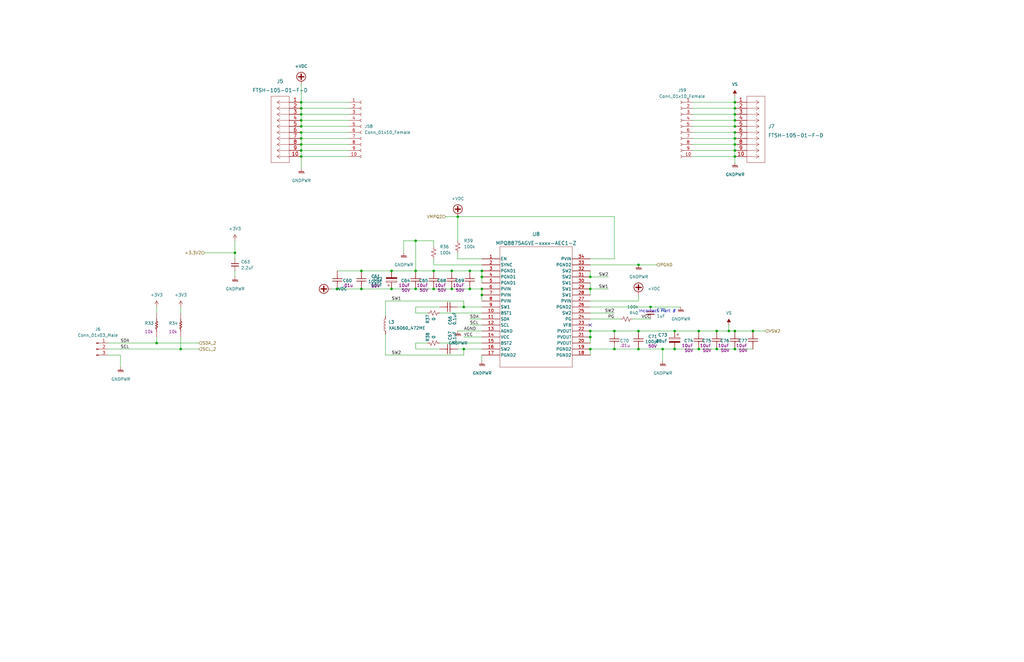
<source format=kicad_sch>
(kicad_sch (version 20230121) (generator eeschema)
  (paper "B")
  (title_block (title "SN-952-A, Charge & Discharge Control") (date "2023-06-28") (rev "PA"))
  (lib_symbols
    (symbol "BCU_AltiumImport-altium-import:0_Cap"
      (property "Value" "0_Cap" (at 0 0 0))
      (symbol "0_Cap_1_0"
        (polyline (pts (xy -2.032 -3.302) (xy 2.032 -3.302)) (stroke (width 0.254)))
        (polyline (pts (xy 0 -5.08) (xy 0 -4.318)) (stroke (width 0.254)))
        (polyline (pts (xy 0 -2.54) (xy 0 -3.302)) (stroke (width 0.254)))
        (polyline (pts (xy 2.032 -4.318) (xy -2.032 -4.318)) (stroke (width 0.254)))
        (pin passive line (at 0 0 270) (length 2.54) (name "1") (number "1"))
        (pin passive line (at 0 -7.62 90) (length 2.54) (name "2") (number "2"))
      )
    )
    (symbol "BCU_AltiumImport-altium-import:0_RES"
      (property "Value" "0_RES" (at 0 0 0))
      (symbol "0_RES_1_0"
        (polyline (pts (xy 7.62 0) (xy 6.604 0) (xy 6.35 -0.508) (xy 5.842 0.508) (xy 5.334 -0.508) (xy 4.826 0.508) (xy 4.318 -0.508) (xy 3.81 0.508) (xy 3.556 0) (xy 2.54 0)) (stroke (width 0.254)))
        (pin passive line (at 0 0 0) (length 2.54) (name "1") (number "1"))
        (pin passive line (at 10.16 0 180) (length 2.54) (name "2") (number "2"))
      )
    )
    (symbol "Connector:Conn_01x03_Male" (pin_names (offset 1.016) hide)
      (property "Reference" "J" (at 0 5.08 0))
      (property "Value" "Conn_01x03_Male" (at 0 -5.08 0))
      (symbol "Conn_01x03_Male_1_1"
        (polyline (pts (xy 1.27 -2.54) (xy 0.8636 -2.54)) (stroke (width 0.1524)))
        (polyline (pts (xy 1.27 0) (xy 0.8636 0)) (stroke (width 0.1524)))
        (polyline (pts (xy 1.27 2.54) (xy 0.8636 2.54)) (stroke (width 0.1524)))
        (rectangle (start 0.8636 -2.413) (end 0 -2.667) (stroke (width 0.1524)) (fill (type outline)))
        (rectangle (start 0.8636 0.127) (end 0 -0.127) (stroke (width 0.1524)) (fill (type outline)))
        (rectangle (start 0.8636 2.667) (end 0 2.413) (stroke (width 0.1524)) (fill (type outline)))
        (pin passive line (at 5.08 2.54 180) (length 3.81) (name "Pin_1") (number "1"))
        (pin passive line (at 5.08 0 180) (length 3.81) (name "Pin_2") (number "2"))
        (pin passive line (at 5.08 -2.54 180) (length 3.81) (name "Pin_3") (number "3"))
      )
    )
    (symbol "Connector:Conn_01x10_Female" (pin_names (offset 1.016) hide)
      (property "Reference" "J" (at 0 12.7 0))
      (property "Value" "Conn_01x10_Female" (at 0 -15.24 0))
      (symbol "Conn_01x10_Female_1_1"
        (arc (start 0 -12.192) (mid -0.5058 -12.7) (end 0 -13.208) (stroke (width 0.1524)))
        (arc (start 0 -9.652) (mid -0.5058 -10.16) (end 0 -10.668) (stroke (width 0.1524)))
        (arc (start 0 -7.112) (mid -0.5058 -7.62) (end 0 -8.128) (stroke (width 0.1524)))
        (arc (start 0 -4.572) (mid -0.5058 -5.08) (end 0 -5.588) (stroke (width 0.1524)))
        (arc (start 0 -2.032) (mid -0.5058 -2.54) (end 0 -3.048) (stroke (width 0.1524)))
        (polyline (pts (xy -1.27 -12.7) (xy -0.508 -12.7)) (stroke (width 0.1524)))
        (polyline (pts (xy -1.27 -10.16) (xy -0.508 -10.16)) (stroke (width 0.1524)))
        (polyline (pts (xy -1.27 -7.62) (xy -0.508 -7.62)) (stroke (width 0.1524)))
        (polyline (pts (xy -1.27 -5.08) (xy -0.508 -5.08)) (stroke (width 0.1524)))
        (polyline (pts (xy -1.27 -2.54) (xy -0.508 -2.54)) (stroke (width 0.1524)))
        (polyline (pts (xy -1.27 0) (xy -0.508 0)) (stroke (width 0.1524)))
        (polyline (pts (xy -1.27 2.54) (xy -0.508 2.54)) (stroke (width 0.1524)))
        (polyline (pts (xy -1.27 5.08) (xy -0.508 5.08)) (stroke (width 0.1524)))
        (polyline (pts (xy -1.27 7.62) (xy -0.508 7.62)) (stroke (width 0.1524)))
        (polyline (pts (xy -1.27 10.16) (xy -0.508 10.16)) (stroke (width 0.1524)))
        (arc (start 0 0.508) (mid -0.5058 0) (end 0 -0.508) (stroke (width 0.1524)))
        (arc (start 0 3.048) (mid -0.5058 2.54) (end 0 2.032) (stroke (width 0.1524)))
        (arc (start 0 5.588) (mid -0.5058 5.08) (end 0 4.572) (stroke (width 0.1524)))
        (arc (start 0 8.128) (mid -0.5058 7.62) (end 0 7.112) (stroke (width 0.1524)))
        (arc (start 0 10.668) (mid -0.5058 10.16) (end 0 9.652) (stroke (width 0.1524)))
        (pin passive line (at -5.08 10.16 0) (length 3.81) (name "Pin_1") (number "1"))
        (pin passive line (at -5.08 -12.7 0) (length 3.81) (name "Pin_10") (number "10"))
        (pin passive line (at -5.08 7.62 0) (length 3.81) (name "Pin_2") (number "2"))
        (pin passive line (at -5.08 5.08 0) (length 3.81) (name "Pin_3") (number "3"))
        (pin passive line (at -5.08 2.54 0) (length 3.81) (name "Pin_4") (number "4"))
        (pin passive line (at -5.08 0 0) (length 3.81) (name "Pin_5") (number "5"))
        (pin passive line (at -5.08 -2.54 0) (length 3.81) (name "Pin_6") (number "6"))
        (pin passive line (at -5.08 -5.08 0) (length 3.81) (name "Pin_7") (number "7"))
        (pin passive line (at -5.08 -7.62 0) (length 3.81) (name "Pin_8") (number "8"))
        (pin passive line (at -5.08 -10.16 0) (length 3.81) (name "Pin_9") (number "9"))
      )
    )
    (symbol "Connector:FTSH-105-01-F-D" (pin_names (offset 0.254) hide)
      (property "Reference" "J?" (at 8.89 6.35 0))
      (property "Value" "FTSH-105-01-F-D" (at 26.67 -6.35 0))
      (symbol "FTSH-105-01-F-D_1_1"
        (polyline (pts (xy 5.08 -25.4) (xy 12.7 -25.4)) (stroke (width 0.127)))
        (polyline (pts (xy 5.08 2.54) (xy 5.08 -25.4)) (stroke (width 0.127)))
        (polyline (pts (xy 10.16 -22.86) (xy 5.08 -22.86)) (stroke (width 0.127)))
        (polyline (pts (xy 10.16 -22.86) (xy 8.89 -23.6982)) (stroke (width 0.127)))
        (polyline (pts (xy 10.16 -22.86) (xy 8.89 -22.0218)) (stroke (width 0.127)))
        (polyline (pts (xy 10.16 -20.32) (xy 5.08 -20.32)) (stroke (width 0.127)))
        (polyline (pts (xy 10.16 -20.32) (xy 8.89 -21.1582)) (stroke (width 0.127)))
        (polyline (pts (xy 10.16 -20.32) (xy 8.89 -19.4818)) (stroke (width 0.127)))
        (polyline (pts (xy 10.16 -17.78) (xy 5.08 -17.78)) (stroke (width 0.127)))
        (polyline (pts (xy 10.16 -17.78) (xy 8.89 -18.6182)) (stroke (width 0.127)))
        (polyline (pts (xy 10.16 -17.78) (xy 8.89 -16.9418)) (stroke (width 0.127)))
        (polyline (pts (xy 10.16 -15.24) (xy 5.08 -15.24)) (stroke (width 0.127)))
        (polyline (pts (xy 10.16 -15.24) (xy 8.89 -16.0782)) (stroke (width 0.127)))
        (polyline (pts (xy 10.16 -15.24) (xy 8.89 -14.4018)) (stroke (width 0.127)))
        (polyline (pts (xy 10.16 -12.7) (xy 5.08 -12.7)) (stroke (width 0.127)))
        (polyline (pts (xy 10.16 -12.7) (xy 8.89 -13.5382)) (stroke (width 0.127)))
        (polyline (pts (xy 10.16 -12.7) (xy 8.89 -11.8618)) (stroke (width 0.127)))
        (polyline (pts (xy 10.16 -10.16) (xy 5.08 -10.16)) (stroke (width 0.127)))
        (polyline (pts (xy 10.16 -10.16) (xy 8.89 -10.9982)) (stroke (width 0.127)))
        (polyline (pts (xy 10.16 -10.16) (xy 8.89 -9.3218)) (stroke (width 0.127)))
        (polyline (pts (xy 10.16 -7.62) (xy 5.08 -7.62)) (stroke (width 0.127)))
        (polyline (pts (xy 10.16 -7.62) (xy 8.89 -8.4582)) (stroke (width 0.127)))
        (polyline (pts (xy 10.16 -7.62) (xy 8.89 -6.7818)) (stroke (width 0.127)))
        (polyline (pts (xy 10.16 -5.08) (xy 5.08 -5.08)) (stroke (width 0.127)))
        (polyline (pts (xy 10.16 -5.08) (xy 8.89 -5.9182)) (stroke (width 0.127)))
        (polyline (pts (xy 10.16 -5.08) (xy 8.89 -4.2418)) (stroke (width 0.127)))
        (polyline (pts (xy 10.16 -2.54) (xy 5.08 -2.54)) (stroke (width 0.127)))
        (polyline (pts (xy 10.16 -2.54) (xy 8.89 -3.3782)) (stroke (width 0.127)))
        (polyline (pts (xy 10.16 -2.54) (xy 8.89 -1.7018)) (stroke (width 0.127)))
        (polyline (pts (xy 10.16 0) (xy 5.08 0)) (stroke (width 0.127)))
        (polyline (pts (xy 10.16 0) (xy 8.89 -0.8382)) (stroke (width 0.127)))
        (polyline (pts (xy 10.16 0) (xy 8.89 0.8382)) (stroke (width 0.127)))
        (polyline (pts (xy 12.7 -25.4) (xy 12.7 2.54)) (stroke (width 0.127)))
        (polyline (pts (xy 12.7 2.54) (xy 5.08 2.54)) (stroke (width 0.127)))
        (pin unspecified line (at 0 0 0) (length 5.08) (name "1") (number "1"))
        (pin unspecified line (at 0 -22.86 0) (length 5.08) (name "10") (number "10"))
        (pin unspecified line (at 0 -2.54 0) (length 5.08) (name "2") (number "2"))
        (pin unspecified line (at 0 -5.08 0) (length 5.08) (name "3") (number "3"))
        (pin unspecified line (at 0 -7.62 0) (length 5.08) (name "4") (number "4"))
        (pin unspecified line (at 0 -10.16 0) (length 5.08) (name "5") (number "5"))
        (pin unspecified line (at 0 -12.7 0) (length 5.08) (name "6") (number "6"))
        (pin unspecified line (at 0 -15.24 0) (length 5.08) (name "7") (number "7"))
        (pin unspecified line (at 0 -17.78 0) (length 5.08) (name "8") (number "8"))
        (pin unspecified line (at 0 -20.32 0) (length 5.08) (name "9") (number "9"))
      )
    )
    (symbol "Device:C_Polarized" (pin_numbers hide) (pin_names (offset 0.254))
      (property "Reference" "C" (at 0.635 2.54 0))
      (property "Value" "C_Polarized" (at 0.635 -2.54 0))
      (symbol "C_Polarized_0_1"
        (rectangle (start -2.286 0.508) (end 2.286 1.016))
        (polyline (pts (xy -1.778 2.286) (xy -0.762 2.286)))
        (polyline (pts (xy -1.27 2.794) (xy -1.27 1.778)))
        (rectangle (start 2.286 -0.508) (end -2.286 -1.016) (fill (type outline)))
      )
      (symbol "C_Polarized_1_1"
        (pin passive line (at 0 3.81 270) (length 2.794) (name "~") (number "1"))
        (pin passive line (at 0 -3.81 90) (length 2.794) (name "~") (number "2"))
      )
    )
    (symbol "Device:C_Small" (pin_numbers hide) (pin_names (offset 0.254) hide)
      (property "Reference" "C" (at 0.254 1.778 0))
      (property "Value" "C_Small" (at 0.254 -2.032 0))
      (symbol "C_Small_0_1"
        (polyline (pts (xy -1.524 -0.508) (xy 1.524 -0.508)) (stroke (width 0.3302)))
        (polyline (pts (xy -1.524 0.508) (xy 1.524 0.508)) (stroke (width 0.3048)))
      )
      (symbol "C_Small_1_1"
        (pin passive line (at 0 2.54 270) (length 2.032) (name "~") (number "1"))
        (pin passive line (at 0 -2.54 90) (length 2.032) (name "~") (number "2"))
      )
    )
    (symbol "Device:L" (pin_numbers hide) (pin_names (offset 1.016) hide)
      (property "Reference" "L" (at -1.27 0 90))
      (property "Value" "L" (at 1.905 0 90))
      (symbol "L_0_1"
        (arc (start 0 -2.54) (mid 0.6323 -1.905) (end 0 -1.27))
        (arc (start 0 -1.27) (mid 0.6323 -0.635) (end 0 0))
        (arc (start 0 0) (mid 0.6323 0.635) (end 0 1.27))
        (arc (start 0 1.27) (mid 0.6323 1.905) (end 0 2.54))
      )
      (symbol "L_1_1"
        (pin passive line (at 0 3.81 270) (length 1.27) (name "1") (number "1"))
        (pin passive line (at 0 -3.81 90) (length 1.27) (name "2") (number "2"))
      )
    )
    (symbol "Device:R_Small_US" (pin_numbers hide) (pin_names (offset 0.254) hide)
      (property "Reference" "R" (at 0.762 0.508 0))
      (property "Value" "R_Small_US" (at 0.762 -1.016 0))
      (symbol "R_Small_US_1_1"
        (polyline (pts (xy 0 0) (xy 1.016 -0.381) (xy 0 -0.762) (xy -1.016 -1.143) (xy 0 -1.524)))
        (polyline (pts (xy 0 1.524) (xy 1.016 1.143) (xy 0 0.762) (xy -1.016 0.381) (xy 0 0)))
        (pin passive line (at 0 2.54 270) (length 1.016) (name "~") (number "1"))
        (pin passive line (at 0 -2.54 90) (length 1.016) (name "~") (number "2"))
      )
    )
    (symbol "Regulator_Switching:MPQ8875AGVE-xxxx-AEC1-Z" (pin_names (offset 0.254))
      (property "Reference" "U" (at 22.86 10.16 0))
      (property "Value" "MPQ8875AGVE-xxxx-AEC1-Z" (at 22.86 7.62 0))
      (symbol "MPQ8875AGVE-xxxx-AEC1-Z_0_1"
        (polyline (pts (xy 7.62 -45.72) (xy 38.1 -45.72)) (stroke (width 0.127)))
        (polyline (pts (xy 7.62 5.08) (xy 7.62 -45.72)) (stroke (width 0.127)))
        (polyline (pts (xy 38.1 -45.72) (xy 38.1 5.08)) (stroke (width 0.127)))
        (polyline (pts (xy 38.1 5.08) (xy 7.62 5.08)) (stroke (width 0.127)))
        (pin input line (at 0 0 0) (length 7.62) (name "EN") (number "1"))
        (pin power_in line (at 0 -22.86 0) (length 7.62) (name "BST1") (number "10"))
        (pin bidirectional line (at 0 -25.4 0) (length 7.62) (name "SDA") (number "11"))
        (pin input line (at 0 -27.94 0) (length 7.62) (name "SCL") (number "12"))
        (pin power_in line (at 0 -30.48 0) (length 7.62) (name "AGND") (number "13"))
        (pin power_in line (at 0 -33.02 0) (length 7.62) (name "VCC") (number "14"))
        (pin power_in line (at 0 -35.56 0) (length 7.62) (name "BST2") (number "15"))
        (pin output line (at 0 -38.1 0) (length 7.62) (name "SW2") (number "16"))
        (pin power_in line (at 0 -40.64 0) (length 7.62) (name "PGND2") (number "17"))
        (pin power_in line (at 45.72 -40.64 180) (length 7.62) (name "PGND2") (number "18"))
        (pin power_in line (at 45.72 -38.1 180) (length 7.62) (name "PGND2") (number "19"))
        (pin bidirectional line (at 0 -2.54 0) (length 7.62) (name "SYNC") (number "2"))
        (pin power_in line (at 45.72 -35.56 180) (length 7.62) (name "PVOUT") (number "20"))
        (pin power_in line (at 45.72 -33.02 180) (length 7.62) (name "PVOUT") (number "21"))
        (pin power_in line (at 45.72 -30.48 180) (length 7.62) (name "PVOUT") (number "22"))
        (pin input line (at 45.72 -27.94 180) (length 7.62) (name "VFB") (number "23"))
        (pin unspecified line (at 45.72 -25.4 180) (length 7.62) (name "PG") (number "24"))
        (pin output line (at 45.72 -22.86 180) (length 7.62) (name "SW2") (number "25"))
        (pin power_in line (at 45.72 -20.32 180) (length 7.62) (name "PGND2") (number "26"))
        (pin power_in line (at 45.72 -17.78 180) (length 7.62) (name "PVIN") (number "27"))
        (pin output line (at 45.72 -15.24 180) (length 7.62) (name "SW1") (number "28"))
        (pin output line (at 45.72 -12.7 180) (length 7.62) (name "SW1") (number "29"))
        (pin power_in line (at 0 -5.08 0) (length 7.62) (name "PGND1") (number "3"))
        (pin output line (at 45.72 -10.16 180) (length 7.62) (name "SW1") (number "30"))
        (pin output line (at 45.72 -7.62 180) (length 7.62) (name "SW2") (number "31"))
        (pin output line (at 45.72 -5.08 180) (length 7.62) (name "SW2") (number "32"))
        (pin power_in line (at 45.72 -2.54 180) (length 7.62) (name "PGND2") (number "33"))
        (pin power_in line (at 45.72 0 180) (length 7.62) (name "PVIN") (number "34"))
        (pin power_in line (at 0 -7.62 0) (length 7.62) (name "PGND1") (number "4"))
        (pin power_in line (at 0 -10.16 0) (length 7.62) (name "PGND1") (number "5"))
        (pin power_in line (at 0 -12.7 0) (length 7.62) (name "PVIN") (number "6"))
        (pin power_in line (at 0 -15.24 0) (length 7.62) (name "PVIN") (number "7"))
        (pin power_in line (at 0 -17.78 0) (length 7.62) (name "PVIN") (number "8"))
        (pin output line (at 0 -20.32 0) (length 7.62) (name "SW1") (number "9"))
      )
    )
    (symbol "power:+3V3" (power) (pin_names (offset 0))
      (property "Value" "+3V3" (at 0 3.556 0))
      (symbol "+3V3_0_1"
        (polyline (pts (xy -0.762 1.27) (xy 0 2.54)))
        (polyline (pts (xy 0 0) (xy 0 2.54)))
        (polyline (pts (xy 0 2.54) (xy 0.762 1.27)))
      )
      (symbol "+3V3_1_1"
        (pin power_in line (at 0 0 90) (length 0) hide (name "+3V3") (number "1"))
      )
    )
    (symbol "power:+VDC" (power) (pin_names (offset 0))
      (property "Value" "+VDC" (at 0 6.35 0))
      (symbol "+VDC_0_1"
        (polyline (pts (xy -1.143 3.175) (xy 1.143 3.175)) (stroke (width 0.508)))
        (polyline (pts (xy 0 0) (xy 0 1.27)))
        (polyline (pts (xy 0 2.032) (xy 0 4.318)) (stroke (width 0.508)))
        (circle (center 0 3.175) (radius 1.905) (stroke (width 0.254)))
      )
      (symbol "+VDC_1_1"
        (pin power_in line (at 0 0 90) (length 0) hide (name "+VDC") (number "1"))
      )
    )
    (symbol "power:GNDPWR" (power) (pin_names (offset 0))
      (property "Value" "GNDPWR" (at 0 -3.302 0))
      (symbol "GNDPWR_0_1"
        (polyline (pts (xy 0 -1.27) (xy 0 0)))
        (polyline (pts (xy -1.016 -1.27) (xy -1.27 -2.032) (xy -1.27 -2.032)) (stroke (width 0.2032)))
        (polyline (pts (xy -0.508 -1.27) (xy -0.762 -2.032) (xy -0.762 -2.032)) (stroke (width 0.2032)))
        (polyline (pts (xy 0 -1.27) (xy -0.254 -2.032) (xy -0.254 -2.032)) (stroke (width 0.2032)))
        (polyline (pts (xy 0.508 -1.27) (xy 0.254 -2.032) (xy 0.254 -2.032)) (stroke (width 0.2032)))
        (polyline (pts (xy 1.016 -1.27) (xy -1.016 -1.27) (xy -1.016 -1.27)) (stroke (width 0.2032)))
        (polyline (pts (xy 1.016 -1.27) (xy 0.762 -2.032) (xy 0.762 -2.032) (xy 0.762 -2.032)) (stroke (width 0.2032)))
      )
      (symbol "GNDPWR_1_1"
        (pin power_in line (at 0 0 270) (length 0) hide (name "GNDPWR") (number "1"))
      )
    )
    (symbol "power:VS" (power) (pin_names (offset 0))
      (property "Value" "VS" (at 0 3.81 0))
      (symbol "VS_0_1"
        (polyline (pts (xy 0 0) (xy 0 2.54)))
        (polyline (pts (xy 0.762 1.27) (xy -0.762 1.27) (xy 0 2.54) (xy 0.762 1.27)) (fill (type outline)))
      )
      (symbol "VS_1_1"
        (pin power_in line (at 0 0 90) (length 0) hide (name "VS") (number "1"))
      )
    )
  )
  (junction (at 127 50.8))
  (junction (at 302.26 139.7))
  (junction (at 182.88 121.92))
  (junction (at 203.2 121.92))
  (junction (at 309.88 53.34))
  (junction (at 274.32 129.54))
  (junction (at 248.92 147.32))
  (junction (at 309.88 63.5))
  (junction (at 182.88 114.3))
  (junction (at 284.48 147.32))
  (junction (at 175.26 121.92))
  (junction (at 193.04 91.44))
  (junction (at 165.1 114.3))
  (junction (at 248.92 139.7))
  (junction (at 127 45.72))
  (junction (at 309.88 43.18))
  (junction (at 279.4 147.32))
  (junction (at 284.48 139.7))
  (junction (at 127 43.18))
  (junction (at 127 63.5))
  (junction (at 190.5 114.3))
  (junction (at 152.4 121.92))
  (junction (at 127 53.34))
  (junction (at 309.88 55.88))
  (junction (at 152.4 114.3))
  (junction (at 203.2 124.46))
  (junction (at 307.34 139.7))
  (junction (at 317.5 139.7))
  (junction (at 309.88 48.26))
  (junction (at 309.88 66.04))
  (junction (at 302.26 147.32))
  (junction (at 309.88 139.7))
  (junction (at 269.24 139.7))
  (junction (at 127 60.96))
  (junction (at 127 48.26))
  (junction (at 309.88 60.96))
  (junction (at 309.88 58.42))
  (junction (at 248.92 121.92))
  (junction (at 127 55.88))
  (junction (at 309.88 50.8))
  (junction (at 259.08 147.32))
  (junction (at 165.1 121.92))
  (junction (at 294.64 139.7))
  (junction (at 66.04 144.78))
  (junction (at 195.58 129.54))
  (junction (at 259.08 139.7))
  (junction (at 203.2 116.84))
  (junction (at 142.24 121.92))
  (junction (at 198.12 121.92))
  (junction (at 269.24 147.32))
  (junction (at 198.12 114.3))
  (junction (at 127 66.04))
  (junction (at 269.24 111.76))
  (junction (at 248.92 116.84))
  (junction (at 99.06 106.68))
  (junction (at 76.2 147.32))
  (junction (at 294.64 147.32))
  (junction (at 309.88 45.72))
  (junction (at 195.58 147.32))
  (junction (at 203.2 114.3))
  (junction (at 175.26 101.6))
  (junction (at 309.88 147.32))
  (junction (at 190.5 121.92))
  (junction (at 248.92 142.24))
  (junction (at 127 58.42))
  (junction (at 175.26 114.3))
  (no_connect (at 248.92 137.16))
  (wire (pts (xy 175.26 129.54) (xy 175.26 132.08)))
  (wire (pts (xy 193.04 91.44) (xy 259.08 91.44)))
  (wire (pts (xy 127 71.12) (xy 127 66.04)))
  (wire (pts (xy 307.34 139.7) (xy 309.88 139.7)))
  (wire (pts (xy 76.2 142.24) (xy 76.2 147.32)))
  (wire (pts (xy 139.7 121.92) (xy 142.24 121.92)))
  (wire (pts (xy 248.92 134.62) (xy 261.62 134.62)))
  (wire (pts (xy 309.88 50.8) (xy 309.88 53.34)))
  (wire (pts (xy 165.1 121.92) (xy 175.26 121.92)))
  (wire (pts (xy 198.12 114.3) (xy 203.2 114.3)))
  (wire (pts (xy 45.72 147.32) (xy 76.2 147.32)))
  (wire (pts (xy 45.72 144.78) (xy 66.04 144.78)))
  (wire (pts (xy 76.2 129.54) (xy 76.2 132.08)))
  (wire (pts (xy 195.58 149.86) (xy 162.56 149.86)))
  (wire (pts (xy 309.88 58.42) (xy 309.88 60.96)))
  (wire (pts (xy 185.42 129.54) (xy 175.26 129.54)))
  (wire (pts (xy 99.06 101.6) (xy 99.06 106.68)))
  (wire (pts (xy 99.06 109.22) (xy 99.06 106.68)))
  (wire (pts (xy 182.88 111.76) (xy 182.88 109.22)))
  (wire (pts (xy 182.88 104.14) (xy 182.88 101.6)))
  (wire (pts (xy 127 60.96) (xy 127 63.5)))
  (wire (pts (xy 185.42 132.08) (xy 203.2 132.08)))
  (wire (pts (xy 175.26 132.08) (xy 180.34 132.08)))
  (wire (pts (xy 152.4 114.3) (xy 165.1 114.3)))
  (wire (pts (xy 127 43.18) (xy 127 45.72)))
  (wire (pts (xy 185.42 144.78) (xy 203.2 144.78)))
  (wire (pts (xy 50.8 149.86) (xy 50.8 154.94)))
  (wire (pts (xy 259.08 147.32) (xy 269.24 147.32)))
  (wire (pts (xy 182.88 114.3) (xy 190.5 114.3)))
  (wire (pts (xy 203.2 111.76) (xy 182.88 111.76)))
  (wire (pts (xy 66.04 144.78) (xy 83.82 144.78)))
  (wire (pts (xy 162.56 127) (xy 162.56 133.35)))
  (wire (pts (xy 203.2 149.86) (xy 203.2 152.4)))
  (wire (pts (xy 292.1 45.72) (xy 309.88 45.72)))
  (wire (pts (xy 203.2 121.92) (xy 203.2 124.46)))
  (wire (pts (xy 193.04 139.7) (xy 203.2 139.7)))
  (wire (pts (xy 193.04 147.32) (xy 195.58 147.32)))
  (wire (pts (xy 86.36 106.68) (xy 99.06 106.68)))
  (wire (pts (xy 269.24 124.46) (xy 269.24 127)))
  (wire (pts (xy 269.24 111.76) (xy 276.86 111.76)))
  (wire (pts (xy 259.08 132.08) (xy 248.92 132.08)))
  (wire (pts (xy 147.32 43.18) (xy 127 43.18)))
  (wire (pts (xy 292.1 53.34) (xy 309.88 53.34)))
  (wire (pts (xy 292.1 66.04) (xy 309.88 66.04)))
  (wire (pts (xy 185.42 147.32) (xy 175.26 147.32)))
  (wire (pts (xy 147.32 66.04) (xy 127 66.04)))
  (wire (pts (xy 248.92 114.3) (xy 248.92 116.84)))
  (wire (pts (xy 259.08 139.7) (xy 269.24 139.7)))
  (wire (pts (xy 195.58 129.54) (xy 195.58 127)))
  (wire (pts (xy 190.5 121.92) (xy 198.12 121.92)))
  (wire (pts (xy 66.04 144.78) (xy 66.04 142.24)))
  (wire (pts (xy 182.88 121.92) (xy 190.5 121.92)))
  (wire (pts (xy 269.24 147.32) (xy 279.4 147.32)))
  (wire (pts (xy 274.32 129.54) (xy 287.02 129.54)))
  (wire (pts (xy 309.88 60.96) (xy 309.88 63.5)))
  (wire (pts (xy 193.04 109.22) (xy 193.04 106.68)))
  (wire (pts (xy 142.24 114.3) (xy 152.4 114.3)))
  (wire (pts (xy 309.88 68.58) (xy 309.88 66.04)))
  (wire (pts (xy 284.48 139.7) (xy 294.64 139.7)))
  (wire (pts (xy 147.32 53.34) (xy 127 53.34)))
  (wire (pts (xy 127 55.88) (xy 127 58.42)))
  (wire (pts (xy 292.1 50.8) (xy 309.88 50.8)))
  (wire (pts (xy 309.88 55.88) (xy 309.88 58.42)))
  (wire (pts (xy 248.92 116.84) (xy 256.54 116.84)))
  (wire (pts (xy 76.2 147.32) (xy 83.82 147.32)))
  (wire (pts (xy 309.88 66.04) (xy 309.88 63.5)))
  (wire (pts (xy 259.08 109.22) (xy 248.92 109.22)))
  (wire (pts (xy 309.88 147.32) (xy 317.5 147.32)))
  (wire (pts (xy 203.2 116.84) (xy 203.2 119.38)))
  (wire (pts (xy 248.92 147.32) (xy 259.08 147.32)))
  (wire (pts (xy 292.1 58.42) (xy 309.88 58.42)))
  (wire (pts (xy 203.2 109.22) (xy 193.04 109.22)))
  (wire (pts (xy 165.1 114.3) (xy 175.26 114.3)))
  (wire (pts (xy 294.64 139.7) (xy 302.26 139.7)))
  (wire (pts (xy 248.92 111.76) (xy 269.24 111.76)))
  (wire (pts (xy 302.26 139.7) (xy 307.34 139.7)))
  (wire (pts (xy 294.64 147.32) (xy 302.26 147.32)))
  (wire (pts (xy 248.92 142.24) (xy 248.92 144.78)))
  (wire (pts (xy 193.04 129.54) (xy 195.58 129.54)))
  (wire (pts (xy 248.92 139.7) (xy 248.92 142.24)))
  (wire (pts (xy 292.1 55.88) (xy 309.88 55.88)))
  (wire (pts (xy 175.26 101.6) (xy 175.26 114.3)))
  (wire (pts (xy 127 50.8) (xy 127 53.34)))
  (wire (pts (xy 127 35.56) (xy 127 43.18)))
  (wire (pts (xy 309.88 45.72) (xy 309.88 48.26)))
  (wire (pts (xy 175.26 147.32) (xy 175.26 144.78)))
  (wire (pts (xy 309.88 43.18) (xy 309.88 45.72)))
  (wire (pts (xy 195.58 142.24) (xy 203.2 142.24)))
  (wire (pts (xy 127 63.5) (xy 127 66.04)))
  (wire (pts (xy 170.18 106.68) (xy 170.18 101.6)))
  (wire (pts (xy 203.2 114.3) (xy 203.2 116.84)))
  (wire (pts (xy 248.92 127) (xy 269.24 127)))
  (wire (pts (xy 127 45.72) (xy 127 48.26)))
  (wire (pts (xy 127 48.26) (xy 127 50.8)))
  (wire (pts (xy 182.88 101.6) (xy 175.26 101.6)))
  (wire (pts (xy 248.92 139.7) (xy 259.08 139.7)))
  (wire (pts (xy 147.32 58.42) (xy 127 58.42)))
  (wire (pts (xy 45.72 149.86) (xy 50.8 149.86)))
  (wire (pts (xy 248.92 129.54) (xy 274.32 129.54)))
  (wire (pts (xy 279.4 147.32) (xy 284.48 147.32)))
  (wire (pts (xy 152.4 121.92) (xy 165.1 121.92)))
  (wire (pts (xy 203.2 124.46) (xy 203.2 127)))
  (wire (pts (xy 269.24 139.7) (xy 284.48 139.7)))
  (wire (pts (xy 302.26 147.32) (xy 309.88 147.32)))
  (wire (pts (xy 187.96 91.44) (xy 193.04 91.44)))
  (wire (pts (xy 147.32 45.72) (xy 127 45.72)))
  (wire (pts (xy 147.32 63.5) (xy 127 63.5)))
  (wire (pts (xy 309.88 48.26) (xy 309.88 50.8)))
  (wire (pts (xy 127 60.96) (xy 147.32 60.96)))
  (wire (pts (xy 309.88 139.7) (xy 317.5 139.7)))
  (wire (pts (xy 99.06 114.3) (xy 99.06 116.84)))
  (wire (pts (xy 248.92 119.38) (xy 248.92 121.92)))
  (wire (pts (xy 147.32 50.8) (xy 127 50.8)))
  (wire (pts (xy 307.34 137.16) (xy 307.34 139.7)))
  (wire (pts (xy 190.5 114.3) (xy 198.12 114.3)))
  (wire (pts (xy 266.7 134.62) (xy 274.32 134.62)))
  (wire (pts (xy 195.58 147.32) (xy 203.2 147.32)))
  (wire (pts (xy 292.1 60.96) (xy 309.88 60.96)))
  (wire (pts (xy 292.1 63.5) (xy 309.88 63.5)))
  (wire (pts (xy 175.26 114.3) (xy 182.88 114.3)))
  (wire (pts (xy 198.12 134.62) (xy 203.2 134.62)))
  (wire (pts (xy 195.58 149.86) (xy 195.58 147.32)))
  (wire (pts (xy 66.04 129.54) (xy 66.04 132.08)))
  (wire (pts (xy 248.92 147.32) (xy 248.92 149.86)))
  (wire (pts (xy 198.12 121.92) (xy 203.2 121.92)))
  (wire (pts (xy 279.4 147.32) (xy 279.4 152.4)))
  (wire (pts (xy 170.18 101.6) (xy 175.26 101.6)))
  (wire (pts (xy 284.48 147.32) (xy 294.64 147.32)))
  (wire (pts (xy 195.58 129.54) (xy 203.2 129.54)))
  (wire (pts (xy 162.56 149.86) (xy 162.56 140.97)))
  (wire (pts (xy 175.26 144.78) (xy 180.34 144.78)))
  (wire (pts (xy 142.24 121.92) (xy 152.4 121.92)))
  (wire (pts (xy 248.92 121.92) (xy 248.92 124.46)))
  (wire (pts (xy 198.12 137.16) (xy 203.2 137.16)))
  (wire (pts (xy 127 48.26) (xy 147.32 48.26)))
  (wire (pts (xy 292.1 48.26) (xy 309.88 48.26)))
  (wire (pts (xy 248.92 121.92) (xy 256.54 121.92)))
  (wire (pts (xy 309.88 40.64) (xy 309.88 43.18)))
  (wire (pts (xy 193.04 101.6) (xy 193.04 91.44)))
  (wire (pts (xy 127 58.42) (xy 127 60.96)))
  (wire (pts (xy 147.32 55.88) (xy 127 55.88)))
  (wire (pts (xy 292.1 43.18) (xy 309.88 43.18)))
  (wire (pts (xy 175.26 121.92) (xy 182.88 121.92)))
  (wire (pts (xy 317.5 139.7) (xy 322.58 139.7)))
  (wire (pts (xy 195.58 127) (xy 162.56 127)))
  (wire (pts (xy 259.08 91.44) (xy 259.08 109.22)))
  (text "Incorrect Part #\n" (at 269.24 132.08 0) (effects (font (size 1.27 1.27)) (justify left bottom)))
  (label "VCC" (at 274.32 134.62 180))
  (label "SW1" (at 256.54 121.92 180))
  (label "PG" (at 259.08 134.62 180))
  (label "SCL" (at 50.8 147.32 0))
  (label "SCL" (at 198.12 137.16 0))
  (label "SW2" (at 256.54 116.84 180))
  (label "SW2" (at 165.1 149.86 0))
  (label "VCC" (at 195.58 142.24 0))
  (label "SW1" (at 165.1 127 0))
  (label "SDA" (at 198.12 134.62 0))
  (label "AGND" (at 195.58 139.7 0))
  (label "SDA" (at 50.8 144.78 0))
  (label "SW2" (at 259.08 132.08 180))
  (hierarchical_label "SDA_2" (shape input) (at 83.82 144.78 0))
  (hierarchical_label "SCL_2" (shape input) (at 83.82 147.32 0))
  (hierarchical_label "VMPQ2" (shape input) (at 187.96 91.44 180))
  (hierarchical_label "VSW2" (shape input) (at 322.58 139.7 0))
  (hierarchical_label "PGND" (shape input) (at 276.86 111.76 0))
  (hierarchical_label "+3.3V2" (shape input) (at 86.36 106.68 180))
  (symbol (lib_id "BCU_AltiumImport-altium-import:0_Cap") (at 182.88 114.3 0) (mirror y) (unit 1)
    (property "Reference" "C65" (at 180.594 119.126 0) (effects (justify left bottom)))
    (property "Value" "10uF" (effects hide))
    (property "Footprint" "Capacitor_SMD:C_1206_3216Metric" (effects hide))
    (property "MANUFACTURER PARTNO" "C3216JB1H106K160AB" (effects hide))
    (property "DIELECTRIC" "X7R" (effects hide))
    (property "CAPACITANCE" "10uF" (at 180.594 121.158 0) (effects (justify left bottom)))
    (property "VOLTAGE" "50V" (at 180.594 123.19 0) (effects (justify left bottom)))
    (property "IDENTIFIER" "10uF 50V +/-10% 1206" (effects hide))
    (property "MANUFACTURER" "TDK" (effects hide))
    (property "TOLERANCE" "20%" (effects hide))
    (property "PACKAGE" "1206" (effects hide))
    (property "MFG" "TDK" (effects hide))
    (property "Part Name" "C3216JB1H106K160AB" (effects hide))
  )
  (symbol (lib_id "Device:R_Small_US") (at 182.88 144.78 270) (mirror x) (unit 1)
    (property "Reference" "R38" (at 180.34 142.24 0))
    (property "Value" "0" (at 182.88 142.24 0))
    (property "Footprint" "Resistor_SMD:R_0402_1005Metric" (effects hide))
    (property "MANUFACTURER" "YAGEO" (effects hide))
    (property "Part Name" "RC0402JR-130RL" (effects hide))
  )
  (symbol (lib_id "power:+VDC") (at 139.7 121.92 90) (unit 1)
    (property "Reference" "#PWR04" (effects hide))
    (property "Value" "+VDC" (at 140.97 121.9199 90) (effects (justify right)))
  )
  (symbol (lib_id "power:+VDC") (at 269.24 124.46 0) (unit 1)
    (property "Reference" "#PWR0151" (effects hide))
    (property "Value" "+VDC" (at 273.05 121.8564 0) (effects (justify left)))
  )
  (symbol (lib_id "power:GNDPWR") (at 127 71.12 0) (mirror y) (unit 1)
    (property "Reference" "#PWR0152" (effects hide))
    (property "Value" "GNDPWR" (at 127.127 76.2 0))
  )
  (symbol (lib_id "Device:C_Small") (at 99.06 111.76 0) (unit 1)
    (property "Reference" "C63" (at 101.6 110.4962 0) (effects (justify left)))
    (property "Value" "2.2uF" (at 101.6 113.0362 0) (effects (justify left)))
    (property "Footprint" "Capacitor_SMD:C_0603_1608Metric" (effects hide))
    (property "MFG" "Murata Electronics" (effects hide))
    (property "Part Name" "GRM188R61H225ME11J" (effects hide))
  )
  (symbol (lib_id "Connector:FTSH-105-01-F-D") (at 309.88 43.18 0) (unit 1)
    (property "Reference" "J7" (at 323.85 53.34 0) (effects (font (size 1.524 1.524)) (justify left)))
    (property "Value" "FTSH-105-01-F-D" (at 323.85 57.15 0) (effects (font (size 1.524 1.524)) (justify left)))
    (property "Footprint" "Connector_Samtec:FTSH-105-01-F-D" (effects hide))
  )
  (symbol (lib_id "power:+3V3") (at 76.2 129.54 0) (unit 1)
    (property "Reference" "#PWR05" (effects hide))
    (property "Value" "+3V3" (at 76.2 124.46 0))
  )
  (symbol (lib_id "power:+VDC") (at 127 35.56 0) (unit 1)
    (property "Reference" "#PWR0153" (effects hide))
    (property "Value" "+VDC" (at 127 27.94 0))
  )
  (symbol (lib_id "Device:R_Small_US") (at 182.88 106.68 0) (unit 1)
    (property "Reference" "R36" (at 185.42 104.14 0) (effects (justify left)))
    (property "Value" "100k" (at 185.42 106.68 0) (effects (justify left)))
    (property "Footprint" "Resistor_SMD:R_0402_1005Metric" (effects hide))
    (property "Part Name" "RT0402DRE07100KL" (effects hide))
  )
  (symbol (lib_id "BCU_AltiumImport-altium-import:0_RES") (at 66.04 132.08 270) (unit 1)
    (property "Reference" "R33" (at 60.96 137.16 90) (effects (justify left bottom)))
    (property "Value" "10k" (effects hide))
    (property "Footprint" "Resistor_SMD:R_0402_1005Metric" (effects hide))
    (property "RESISTANCE" "10k" (at 60.96 140.716 90) (effects (justify left bottom)))
    (property "FILM TYPE" "THIN" (effects hide))
    (property "MOUNTING TECHNOLOGY" "SMT" (effects hide))
    (property "Part Name" "RT0402DRE0710KL" (effects hide))
  )
  (symbol (lib_id "Device:C_Polarized") (at 165.1 118.11 0) (mirror x) (unit 1)
    (property "Reference" "C62" (at 161.29 117.7289 0) (effects (justify right)))
    (property "Value" "68uF" (at 161.29 120.2689 0) (effects (justify right)))
    (property "Footprint" "Capacitor_SMD:CP_Elec_6.3x7.7" (effects hide))
    (property "MANUFACTURER PARTNO" "HZA686M035X16T-F" (effects hide))
    (property "MANUFACTURER " "Cornell Dubilier - CDE" (effects hide))
    (property "MFG" "Cornell Dubilier - CDE" (effects hide))
    (property "Part Name" "EEH-ZU1H221P" (effects hide))
  )
  (symbol (lib_id "Connector:Conn_01x10_Female") (at 152.4 53.34 0) (unit 1)
    (property "Reference" "J58" (at 153.67 53.3399 0) (effects (justify left)))
    (property "Value" "Conn_01x10_Female" (at 153.67 55.8799 0) (effects (justify left)))
    (property "Footprint" "Connector_Samtec:CLP-105-02-L-D" (effects hide))
    (property "MFG" "Samtec" (effects hide))
    (property "Part Name" "CLP-105-02-L-D" (effects hide))
  )
  (symbol (lib_id "BCU_AltiumImport-altium-import:0_Cap") (at 198.12 114.3 0) (mirror y) (unit 1)
    (property "Reference" "C69" (at 195.834 119.126 0) (effects (justify left bottom)))
    (property "Value" "10uF" (effects hide))
    (property "Footprint" "Capacitor_SMD:C_1206_3216Metric" (effects hide))
    (property "MANUFACTURER PARTNO" "C3216JB1H106K160AB" (effects hide))
    (property "DIELECTRIC" "X7R" (effects hide))
    (property "CAPACITANCE" "10uF" (at 195.834 121.158 0) (effects (justify left bottom)))
    (property "VOLTAGE" "50V" (at 195.834 123.19 0) (effects (justify left bottom)))
    (property "IDENTIFIER" "10uF 50V +/-10% 1206" (effects hide))
    (property "MANUFACTURER" "TDK" (effects hide))
    (property "TOLERANCE" "20%" (effects hide))
    (property "PACKAGE" "1206" (effects hide))
    (property "MFG" "TDK" (effects hide))
    (property "Part Name" "C3216JB1H106K160AB" (effects hide))
  )
  (symbol (lib_id "power:GNDPWR") (at 193.04 139.7 0) (mirror y) (unit 1)
    (property "Reference" "#PWR011" (effects hide))
    (property "Value" "GNDPWR" (at 193.167 144.78 0))
  )
  (symbol (lib_id "BCU_AltiumImport-altium-import:0_Cap") (at 142.24 114.3 0) (unit 1)
    (property "Reference" "C60" (at 144.526 119.126 0) (effects (justify left bottom)))
    (property "Value" "10n" (effects hide))
    (property "Footprint" "Capacitor_SMD:C_0402_1005Metric" (effects hide))
    (property "DIELECTRIC" "X7R" (effects hide))
    (property "CAPACITANCE" ".01u" (at 144.526 121.158 0) (effects (justify left bottom)))
    (property "IDENTIFIER" "1uF 100V +/-5% " (effects hide))
    (property "MFG" "Murata Electronics" (effects hide))
    (property "Part Name" "GCM155R71H103KA55D" (effects hide))
  )
  (symbol (lib_id "Device:C_Small") (at 274.32 132.08 0) (unit 1)
    (property "Reference" "C72" (at 276.86 130.8162 0) (effects (justify left)))
    (property "Value" "1uF" (at 276.86 133.3562 0) (effects (justify left)))
    (property "Footprint" "Capacitor_SMD:C_0402_1005Metric" (effects hide))
  )
  (symbol (lib_id "Device:C_Polarized") (at 284.48 143.51 0) (mirror y) (unit 1)
    (property "Reference" "C73" (at 281.432 141.3509 0) (effects (justify left)))
    (property "Value" "68uF" (at 281.432 143.8909 0) (effects (justify left)))
    (property "Footprint" "Capacitor_SMD:CP_Elec_6.3x7.7" (effects hide))
    (property "MANUFACTURER PARTNO" "HZA686M035X16T-F" (effects hide))
    (property "MANUFACTURER " "Cornell Dubilier - CDE" (effects hide))
    (property "MFG" "Cornell Dubilier - CDE" (effects hide))
    (property "Part Name" "EEH-ZU1H221P" (effects hide))
  )
  (symbol (lib_id "BCU_AltiumImport-altium-import:0_Cap") (at 190.5 114.3 0) (mirror y) (unit 1)
    (property "Reference" "C68" (at 188.214 119.126 0) (effects (justify left bottom)))
    (property "Value" "10uF" (effects hide))
    (property "Footprint" "Capacitor_SMD:C_1206_3216Metric" (effects hide))
    (property "MANUFACTURER PARTNO" "C3216JB1H106K160AB" (effects hide))
    (property "DIELECTRIC" "X7R" (effects hide))
    (property "CAPACITANCE" "10uF" (at 188.214 121.158 0) (effects (justify left bottom)))
    (property "VOLTAGE" "50V" (at 188.214 123.19 0) (effects (justify left bottom)))
    (property "IDENTIFIER" "10uF 50V +/-10% 1206" (effects hide))
    (property "MANUFACTURER" "TDK" (effects hide))
    (property "TOLERANCE" "20%" (effects hide))
    (property "PACKAGE" "1206" (effects hide))
    (property "MFG" "TDK" (effects hide))
    (property "Part Name" "C3216JB1H106K160AB" (effects hide))
  )
  (symbol (lib_id "power:+3V3") (at 99.06 101.6 0) (unit 1)
    (property "Reference" "#PWR07" (effects hide))
    (property "Value" "+3V3" (at 99.06 96.52 0))
  )
  (symbol (lib_id "power:+3V3") (at 66.04 129.54 0) (unit 1)
    (property "Reference" "#PWR03" (effects hide))
    (property "Value" "+3V3" (at 66.04 124.46 0))
  )
  (symbol (lib_id "power:VS") (at 309.88 40.64 0) (unit 1)
    (property "Reference" "#PWR0155" (effects hide))
    (property "Value" "VS" (at 309.88 35.56 0))
  )
  (symbol (lib_id "power:+VDC") (at 193.04 91.44 0) (unit 1)
    (property "Reference" "#PWR010" (effects hide))
    (property "Value" "+VDC" (at 193.04 83.82 0))
  )
  (symbol (lib_id "BCU_AltiumImport-altium-import:0_Cap") (at 317.5 139.7 0) (mirror y) (unit 1)
    (property "Reference" "C77" (at 315.214 144.526 0) (effects (justify left bottom)))
    (property "Value" "10uF" (effects hide))
    (property "Footprint" "Capacitor_SMD:C_1206_3216Metric" (effects hide))
    (property "MANUFACTURER PARTNO" "C3216JB1H106K160AB" (effects hide))
    (property "DIELECTRIC" "X7R" (effects hide))
    (property "CAPACITANCE" "10uF" (at 315.214 146.558 0) (effects (justify left bottom)))
    (property "VOLTAGE" "50V" (at 315.214 148.59 0) (effects (justify left bottom)))
    (property "IDENTIFIER" "10uF 50V +/-10% 1206" (effects hide))
    (property "MANUFACTURER" "TDK" (effects hide))
    (property "TOLERANCE" "20%" (effects hide))
    (property "PACKAGE" "1206" (effects hide))
    (property "MFG" "TDK" (effects hide))
    (property "Part Name" "C3216JB1H106K160AB" (effects hide))
  )
  (symbol (lib_id "BCU_AltiumImport-altium-import:0_Cap") (at 294.64 139.7 0) (mirror y) (unit 1)
    (property "Reference" "C74" (at 292.354 144.526 0) (effects (justify left bottom)))
    (property "Value" "10uF" (effects hide))
    (property "Footprint" "Capacitor_SMD:C_1206_3216Metric" (effects hide))
    (property "MANUFACTURER PARTNO" "C3216JB1H106K160AB" (effects hide))
    (property "DIELECTRIC" "X7R" (effects hide))
    (property "CAPACITANCE" "10uF" (at 292.354 146.558 0) (effects (justify left bottom)))
    (property "VOLTAGE" "50V" (at 292.354 148.59 0) (effects (justify left bottom)))
    (property "IDENTIFIER" "10uF 50V +/-10% 1206" (effects hide))
    (property "MANUFACTURER" "TDK" (effects hide))
    (property "TOLERANCE" "20%" (effects hide))
    (property "PACKAGE" "1206" (effects hide))
    (property "MFG" "TDK" (effects hide))
    (property "Part Name" "C3216JB1H106K160AB" (effects hide))
  )
  (symbol (lib_id "power:GNDPWR") (at 99.06 116.84 0) (mirror y) (unit 1)
    (property "Reference" "#PWR08" (effects hide))
    (property "Value" "GNDPWR" (at 99.187 121.92 0))
  )
  (symbol (lib_id "BCU_AltiumImport-altium-import:0_Cap") (at 175.26 114.3 0) (mirror y) (unit 1)
    (property "Reference" "C64" (at 172.974 119.126 0) (effects (justify left bottom)))
    (property "Value" "10uF" (effects hide))
    (property "Footprint" "Capacitor_SMD:C_1206_3216Metric" (effects hide))
    (property "MANUFACTURER PARTNO" "C3216JB1H106K160AB" (effects hide))
    (property "DIELECTRIC" "X7R" (effects hide))
    (property "CAPACITANCE" "10uF" (at 172.974 121.158 0) (effects (justify left bottom)))
    (property "VOLTAGE" "50V" (at 172.974 123.19 0) (effects (justify left bottom)))
    (property "IDENTIFIER" "10uF 50V +/-10% 1206" (effects hide))
    (property "MANUFACTURER" "TDK" (effects hide))
    (property "TOLERANCE" "20%" (effects hide))
    (property "PACKAGE" "1206" (effects hide))
    (property "MFG" "TDK" (effects hide))
    (property "Part Name" "C3216JB1H106K160AB" (effects hide))
  )
  (symbol (lib_id "power:GNDPWR") (at 279.4 152.4 0) (mirror y) (unit 1)
    (property "Reference" "#PWR014" (effects hide))
    (property "Value" "GNDPWR" (at 279.527 157.48 0))
  )
  (symbol (lib_id "Connector:Conn_01x03_Male") (at 40.64 147.32 0) (unit 1)
    (property "Reference" "J6" (at 41.275 138.938 0))
    (property "Value" "Conn_01x03_Male" (at 41.275 141.478 0))
    (property "Footprint" "Connector_JST:JST_EH_B3B-EH-A_1x03_P2.50mm_Vertical" (effects hide))
    (property "MFG" "JST " (effects hide))
    (property "Part Name" "B3B-EH-A(LF)(SN)" (effects hide))
  )
  (symbol (lib_id "BCU_AltiumImport-altium-import:0_RES") (at 76.2 132.08 270) (unit 1)
    (property "Reference" "R34" (at 71.12 137.16 90) (effects (justify left bottom)))
    (property "Value" "10k" (effects hide))
    (property "Footprint" "Resistor_SMD:R_0402_1005Metric" (effects hide))
    (property "RESISTANCE" "10k" (at 71.12 140.716 90) (effects (justify left bottom)))
    (property "FILM TYPE" "THIN" (effects hide))
    (property "MOUNTING TECHNOLOGY" "SMT" (effects hide))
    (property "Part Name" "RT0402DRE0710KL" (effects hide))
  )
  (symbol (lib_id "power:GNDPWR") (at 50.8 154.94 0) (mirror y) (unit 1)
    (property "Reference" "#PWR02" (effects hide))
    (property "Value" "GNDPWR" (at 50.927 160.02 0))
  )
  (symbol (lib_id "power:GNDPWR") (at 269.24 111.76 0) (mirror y) (unit 1)
    (property "Reference" "#PWR013" (effects hide))
    (property "Value" "GNDPWR" (at 269.367 116.84 0))
  )
  (symbol (lib_id "Device:R_Small_US") (at 182.88 132.08 270) (unit 1)
    (property "Reference" "R37" (at 180.34 134.62 0))
    (property "Value" "0" (at 182.88 134.62 0))
    (property "Footprint" "Resistor_SMD:R_0402_1005Metric" (effects hide))
    (property "MANUFACTURER" "YAGEO" (effects hide))
    (property "Part Name" "RC0402JR-130RL" (effects hide))
  )
  (symbol (lib_id "Device:R_Small_US") (at 193.04 104.14 0) (unit 1)
    (property "Reference" "R39" (at 195.58 101.6 0) (effects (justify left)))
    (property "Value" "100k" (at 195.58 104.14 0) (effects (justify left)))
    (property "Footprint" "Resistor_SMD:R_0402_1005Metric" (effects hide))
    (property "Part Name" "RT0402DRE07100KL" (effects hide))
  )
  (symbol (lib_id "power:GNDPWR") (at 309.88 68.58 0) (mirror y) (unit 1)
    (property "Reference" "#PWR0154" (effects hide))
    (property "Value" "GNDPWR" (at 310.007 73.66 0))
  )
  (symbol (lib_id "Connector:Conn_01x10_Female") (at 287.02 53.34 0) (mirror y) (unit 1)
    (property "Reference" "J59" (at 287.655 38.1 0))
    (property "Value" "Conn_01x10_Female" (at 287.655 40.64 0))
    (property "Footprint" "Connector_Samtec:CLP-105-02-L-D" (effects hide))
    (property "MFG" "Samtec" (effects hide))
    (property "Part Name" "CLP-105-02-L-D" (effects hide))
  )
  (symbol (lib_id "BCU_AltiumImport-altium-import:0_Cap") (at 259.08 139.7 0) (unit 1)
    (property "Reference" "C70" (at 261.366 144.526 0) (effects (justify left bottom)))
    (property "Value" "10n" (effects hide))
    (property "Footprint" "Capacitor_SMD:C_0402_1005Metric" (effects hide))
    (property "DIELECTRIC" "X7R" (effects hide))
    (property "CAPACITANCE" ".01u" (at 261.366 146.558 0) (effects (justify left bottom)))
    (property "IDENTIFIER" "1uF 100V +/-5% " (effects hide))
    (property "MFG" "Murata Electronics" (effects hide))
    (property "Part Name" "GCM155R71H103KA55D" (effects hide))
  )
  (symbol (lib_id "power:VS") (at 307.34 137.16 0) (unit 1)
    (property "Reference" "#PWR016" (effects hide))
    (property "Value" "VS" (at 307.34 132.08 0))
  )
  (symbol (lib_id "power:GNDPWR") (at 287.02 129.54 0) (mirror y) (unit 1)
    (property "Reference" "#PWR015" (effects hide))
    (property "Value" "GNDPWR" (at 287.147 134.62 0))
  )
  (symbol (lib_id "Device:L") (at 162.56 137.16 180) (unit 1)
    (property "Reference" "L3" (at 163.83 135.8899 0) (effects (justify right)))
    (property "Value" "XAL6060_472ME" (at 163.83 138.4299 0) (effects (justify right)))
    (property "Footprint" "Inductor_SMD:L_Coilcraft_XAL60xx_6.36x6.56mm" (effects hide))
  )
  (symbol (lib_id "power:GNDPWR") (at 203.2 152.4 0) (mirror y) (unit 1)
    (property "Reference" "#PWR012" (effects hide))
    (property "Value" "GNDPWR" (at 203.327 157.48 0))
  )
  (symbol (lib_id "BCU_AltiumImport-altium-import:0_Cap") (at 152.4 114.3 0) (unit 1)
    (property "Reference" "C61" (at 156.464 117.348 0) (effects (justify left bottom)))
    (property "Value" "100pF" (at 155.194 119.507 0) (effects (justify left bottom)))
    (property "Footprint" "Capacitor_SMD:C_0402_1005Metric" (effects hide))
    (property "CAPACITANCE" "220pF" (effects hide))
    (property "VOLTAGE" "50V" (at 156.464 121.412 0) (effects (justify left bottom)))
    (property "IDENTIFIER" "220pF 50V +/-5% 0603 COG" (effects hide))
    (property "MOUNTING TECHNOLOGY" "SMT" (effects hide))
    (property "ROHS" "YES" (effects hide))
    (property "MFG" "Murata Electronics" (effects hide))
    (property "Part Name" "GRT1555C1H101JA02D" (effects hide))
  )
  (symbol (lib_id "Regulator_Switching:MPQ8875AGVE-xxxx-AEC1-Z") (at 203.2 109.22 0) (unit 1)
    (property "Reference" "U8" (at 226.06 98.806 0) (effects (font (size 1.524 1.524))))
    (property "Value" "MPQ8875AGVE-xxxx-AEC1-Z" (at 226.06 102.616 0) (effects (font (size 1.524 1.524))))
    (property "Footprint" "Converter_DCDC:QFN-34_MPQ8875A-AEC1_MNP" (effects hide))
  )
  (symbol (lib_id "power:GNDPWR") (at 170.18 106.68 0) (mirror y) (unit 1)
    (property "Reference" "#PWR09" (effects hide))
    (property "Value" "GNDPWR" (at 170.307 111.76 0))
  )
  (symbol (lib_id "BCU_AltiumImport-altium-import:0_Cap") (at 302.26 139.7 0) (mirror y) (unit 1)
    (property "Reference" "C75" (at 299.974 144.526 0) (effects (justify left bottom)))
    (property "Value" "10uF" (effects hide))
    (property "Footprint" "Capacitor_SMD:C_1206_3216Metric" (effects hide))
    (property "MANUFACTURER PARTNO" "C3216JB1H106K160AB" (effects hide))
    (property "DIELECTRIC" "X7R" (effects hide))
    (property "CAPACITANCE" "10uF" (at 299.974 146.558 0) (effects (justify left bottom)))
    (property "VOLTAGE" "50V" (at 299.974 148.59 0) (effects (justify left bottom)))
    (property "IDENTIFIER" "10uF 50V +/-10% 1206" (effects hide))
    (property "MANUFACTURER" "TDK" (effects hide))
    (property "TOLERANCE" "20%" (effects hide))
    (property "PACKAGE" "1206" (effects hide))
    (property "MFG" "TDK" (effects hide))
    (property "Part Name" "C3216JB1H106K160AB" (effects hide))
  )
  (symbol (lib_id "Device:R_Small_US") (at 264.16 134.62 90) (unit 1)
    (property "Reference" "R40" (at 269.24 132.08 90) (effects (justify left)))
    (property "Value" "100k" (at 269.24 129.54 90) (effects (justify left)))
    (property "Footprint" "Resistor_SMD:R_0402_1005Metric" (effects hide))
    (property "Part Name" "RT0402DRE07100KL" (effects hide))
  )
  (symbol (lib_id "BCU_AltiumImport-altium-import:0_Cap") (at 309.88 139.7 0) (mirror y) (unit 1)
    (property "Reference" "C76" (at 307.594 144.526 0) (effects (justify left bottom)))
    (property "Value" "10uF" (effects hide))
    (property "Footprint" "Capacitor_SMD:C_1206_3216Metric" (effects hide))
    (property "MANUFACTURER PARTNO" "C3216JB1H106K160AB" (effects hide))
    (property "DIELECTRIC" "X7R" (effects hide))
    (property "CAPACITANCE" "10uF" (at 307.594 146.558 0) (effects (justify left bottom)))
    (property "VOLTAGE" "50V" (at 307.594 148.59 0) (effects (justify left bottom)))
    (property "IDENTIFIER" "10uF 50V +/-10% 1206" (effects hide))
    (property "MANUFACTURER" "TDK" (effects hide))
    (property "TOLERANCE" "20%" (effects hide))
    (property "PACKAGE" "1206" (effects hide))
    (property "MFG" "TDK" (effects hide))
    (property "Part Name" "C3216JB1H106K160AB" (effects hide))
  )
  (symbol (lib_id "BCU_AltiumImport-altium-import:0_Cap") (at 185.42 129.54 90) (unit 1)
    (property "Reference" "C66" (at 190.5 137.16 0) (effects (justify left bottom)))
    (property "Value" "0.1uF" (at 192.405 137.16 0) (effects (justify left bottom)))
    (property "Footprint" "Capacitor_SMD:C_0402_1005Metric" (effects hide))
    (property "MANUFACTURER" "TDK" (effects hide))
    (property "TOLERANCE" "+/-20%" (effects hide))
    (property "MOUNTING TECHNOLOGY" "SMT" (effects hide))
    (property "MFG" "Murata Electronics" (effects hide))
    (property "Part Name" "GRM155R61H104ME14J" (effects hide))
    (property "MFG 2" "Yageo" (effects hide))
    (property "Part Name 2" "CC0402KRX5R9BB104" (effects hide))
  )
  (symbol (lib_id "Connector:FTSH-105-01-F-D") (at 127 43.18 0) (mirror y) (unit 1)
    (property "Reference" "J5" (at 118.11 34.29 0) (effects (font (size 1.524 1.524))))
    (property "Value" "FTSH-105-01-F-D" (at 118.11 38.1 0) (effects (font (size 1.524 1.524))))
    (property "Footprint" "Connector_Samtec:FTSH-105-01-F-D" (effects hide))
  )
  (symbol (lib_id "BCU_AltiumImport-altium-import:0_Cap") (at 185.42 147.32 90) (mirror x) (unit 1)
    (property "Reference" "C67" (at 190.5 139.7 0) (effects (justify left bottom)))
    (property "Value" "0.1uF" (at 192.405 139.7 0) (effects (justify left bottom)))
    (property "Footprint" "Capacitor_SMD:C_0402_1005Metric" (effects hide))
    (property "MANUFACTURER" "TDK" (effects hide))
    (property "TOLERANCE" "+/-20%" (effects hide))
    (property "MOUNTING TECHNOLOGY" "SMT" (effects hide))
    (property "MFG" "Murata Electronics" (effects hide))
    (property "Part Name" "GRM155R61H104ME14J" (effects hide))
    (property "MFG 2" "Yageo" (effects hide))
    (property "Part Name 2" "CC0402KRX5R9BB104" (effects hide))
  )
  (symbol (lib_id "BCU_AltiumImport-altium-import:0_Cap") (at 269.24 139.7 0) (unit 1)
    (property "Reference" "C71" (at 273.304 142.748 0) (effects (justify left bottom)))
    (property "Value" "100pF" (at 272.034 144.907 0) (effects (justify left bottom)))
    (property "Footprint" "Capacitor_SMD:C_0402_1005Metric" (effects hide))
    (property "CAPACITANCE" "220pF" (effects hide))
    (property "VOLTAGE" "50V" (at 273.304 146.812 0) (effects (justify left bottom)))
    (property "IDENTIFIER" "220pF 50V +/-5% 0603 COG" (effects hide))
    (property "MOUNTING TECHNOLOGY" "SMT" (effects hide))
    (property "ROHS" "YES" (effects hide))
    (property "MFG" "Murata Electronics" (effects hide))
    (property "Part Name" "GRT1555C1H101JA02D" (effects hide))
  )
)
</source>
